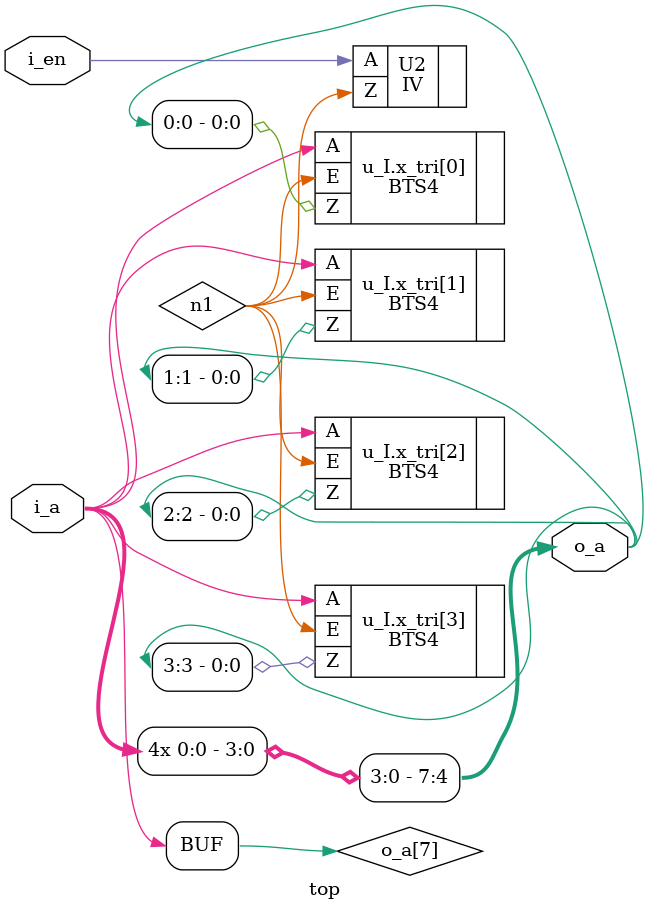
<source format=v>


module top ( i_a, i_en, o_a );
  output [7:0] o_a;
  input i_a, i_en;
  wire   \o_a[7] , n1;
  tri   \o_a[3] ;
  tri   \o_a[2] ;
  tri   \o_a[1] ;
  tri   \o_a[0] ;
  assign o_a[4] = \o_a[7] ;
  assign o_a[5] = \o_a[7] ;
  assign o_a[6] = \o_a[7] ;
  assign o_a[7] = \o_a[7] ;
  assign \o_a[7]  = i_a;

  BTS4 \u_I.x_tri[0]  ( .A(\o_a[7] ), .E(n1), .Z(o_a[0]) );
  BTS4 \u_I.x_tri[1]  ( .A(\o_a[7] ), .E(n1), .Z(o_a[1]) );
  BTS4 \u_I.x_tri[2]  ( .A(\o_a[7] ), .E(n1), .Z(o_a[2]) );
  BTS4 \u_I.x_tri[3]  ( .A(\o_a[7] ), .E(n1), .Z(o_a[3]) );
  IV U2 ( .A(i_en), .Z(n1) );
endmodule


</source>
